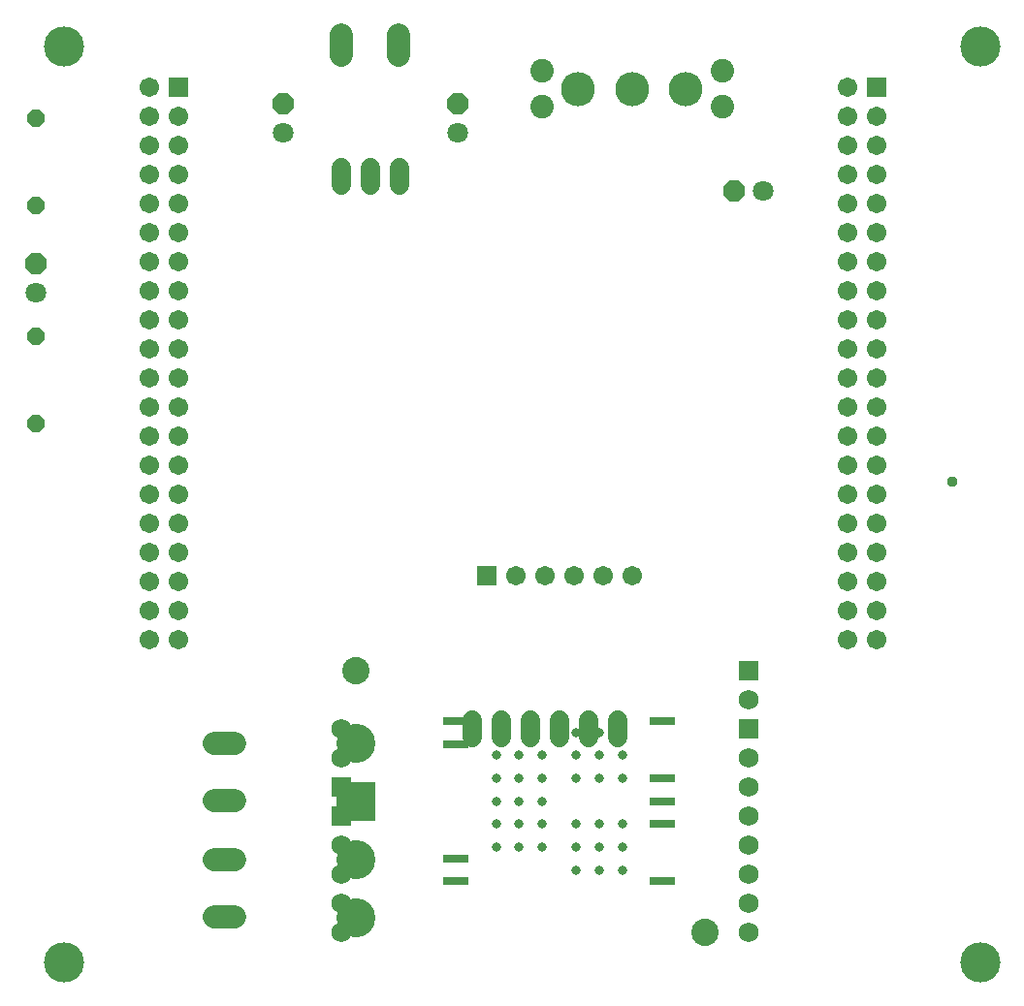
<source format=gbr>
G04 EAGLE Gerber RS-274X export*
G75*
%MOIN*%
%FSLAX34Y34*%
%LPD*%
%INSoldermask Top*%
%IPPOS*%
%AMOC8*
5,1,8,0,0,1.08239X$1,22.5*%
G01*
%ADD10C,0.078500*%
%ADD11P,0.076850X8X112.500000*%
%ADD12C,0.071000*%
%ADD13P,0.076850X8X202.500000*%
%ADD14C,0.137921*%
%ADD15C,0.068000*%
%ADD16P,0.064943X8X112.500000*%
%ADD17C,0.067370*%
%ADD18R,0.067370X0.067370*%
%ADD19C,0.031496*%
%ADD20R,0.086614X0.027559*%
%ADD21C,0.094000*%
%ADD22R,0.068000X0.068000*%
%ADD23C,0.068000*%
%ADD24C,0.134000*%
%ADD25R,0.134000X0.134000*%
%ADD26C,0.117252*%
%ADD27C,0.080835*%
%ADD28C,0.037780*%


D10*
X13484Y33853D02*
X13484Y33148D01*
X11516Y33148D02*
X11516Y33853D01*
D11*
X15500Y31500D03*
D12*
X15500Y30500D03*
D11*
X9500Y31500D03*
D12*
X9500Y30500D03*
D13*
X25000Y28500D03*
D12*
X26000Y28500D03*
D11*
X1000Y26000D03*
D12*
X1000Y25000D03*
D14*
X1969Y1969D03*
X33465Y33465D03*
X33465Y1969D03*
X1969Y33465D03*
D15*
X11500Y29300D02*
X11500Y28700D01*
X12500Y28700D02*
X12500Y29300D01*
X13500Y29300D02*
X13500Y28700D01*
D16*
X1000Y28000D03*
X1000Y31000D03*
X1000Y20500D03*
X1000Y23500D03*
D15*
X16000Y10300D02*
X16000Y9700D01*
X17000Y9700D02*
X17000Y10300D01*
X18000Y10300D02*
X18000Y9700D01*
X19000Y9700D02*
X19000Y10300D01*
X20000Y10300D02*
X20000Y9700D01*
X21000Y9700D02*
X21000Y10300D01*
D17*
X29921Y13063D03*
X4921Y13063D03*
X29921Y15063D03*
X29921Y16063D03*
X29921Y17063D03*
X29921Y18063D03*
X29921Y19063D03*
X29921Y20063D03*
X29921Y21063D03*
X29921Y14063D03*
X29921Y22063D03*
X29921Y23063D03*
X29921Y24063D03*
X29921Y25063D03*
X29921Y26063D03*
X29921Y27063D03*
X29921Y28063D03*
X29921Y29063D03*
X29921Y30063D03*
X29921Y31063D03*
X28921Y13063D03*
X28921Y15063D03*
X28921Y16063D03*
X28921Y17063D03*
X28921Y18063D03*
X28921Y19063D03*
X28921Y20063D03*
X28921Y21063D03*
X28921Y14063D03*
X28921Y22063D03*
X28921Y23063D03*
X28921Y24063D03*
X28921Y25063D03*
X28921Y26063D03*
X28921Y27063D03*
X28921Y28063D03*
X28921Y29063D03*
X28921Y30063D03*
X28921Y31063D03*
X4921Y14063D03*
X4921Y15063D03*
X4921Y16063D03*
X4921Y17063D03*
X4921Y18063D03*
X4921Y19063D03*
X4921Y20063D03*
X4921Y21063D03*
X4921Y22063D03*
X4921Y23063D03*
X4921Y24063D03*
X4921Y25063D03*
X4921Y26063D03*
X4921Y27063D03*
X4921Y28063D03*
X4921Y29063D03*
X4921Y30063D03*
X4921Y31063D03*
X5921Y13063D03*
X5921Y14063D03*
X5921Y15063D03*
X5921Y16063D03*
X5921Y17063D03*
X5921Y18063D03*
X5921Y19063D03*
X5921Y20063D03*
X5921Y21063D03*
X5921Y22063D03*
X5921Y23063D03*
X5921Y24063D03*
X5921Y25063D03*
X5921Y26063D03*
X5921Y27063D03*
X5921Y28063D03*
X5921Y29063D03*
X5921Y30063D03*
X5921Y31063D03*
D18*
X29921Y32063D03*
D17*
X28921Y32063D03*
X4921Y32063D03*
D18*
X5921Y32063D03*
D19*
X21165Y9862D03*
X21165Y9075D03*
X21165Y8287D03*
X21165Y6713D03*
X21165Y5925D03*
X21165Y5138D03*
X20378Y9862D03*
X20378Y9075D03*
X20378Y8287D03*
X20378Y6713D03*
X20378Y5925D03*
X20378Y5138D03*
X19591Y9862D03*
X19591Y9075D03*
X19591Y8287D03*
X19591Y6713D03*
X19591Y5925D03*
X19591Y5138D03*
X18409Y9075D03*
X18409Y8287D03*
X18409Y7500D03*
X18409Y6713D03*
X18409Y5925D03*
X17622Y9075D03*
X17622Y8287D03*
X17622Y7500D03*
X17622Y6713D03*
X17622Y5925D03*
X16835Y9075D03*
X16835Y8287D03*
X16835Y7500D03*
X16835Y6713D03*
X16835Y5925D03*
D20*
X22541Y10256D03*
X22541Y8287D03*
X22541Y7500D03*
X22541Y6713D03*
X22541Y4744D03*
X15459Y10256D03*
X15459Y9469D03*
X15459Y5531D03*
X15459Y4744D03*
D21*
X12000Y12000D03*
X24000Y3000D03*
D22*
X25500Y12000D03*
D23*
X25500Y11000D03*
D22*
X25500Y10000D03*
D23*
X25500Y9000D03*
X25500Y8000D03*
X25500Y7000D03*
X25500Y6000D03*
X25500Y5000D03*
X25500Y4000D03*
X25500Y3000D03*
X11500Y3000D03*
X11500Y4000D03*
X11500Y5000D03*
X11500Y6000D03*
X11500Y9000D03*
X11500Y10000D03*
D24*
X12000Y3500D03*
X12000Y5500D03*
X12000Y9500D03*
D25*
X12000Y7500D03*
D22*
X11500Y8000D03*
X11500Y7000D03*
D26*
X21500Y32000D03*
X19650Y32000D03*
X23350Y32000D03*
D27*
X18402Y32626D03*
X18402Y31374D03*
X24598Y32626D03*
X24598Y31378D03*
D17*
X17500Y15250D03*
D18*
X16500Y15250D03*
D17*
X18500Y15250D03*
X19500Y15250D03*
X20500Y15250D03*
X21500Y15250D03*
D10*
X7853Y7516D02*
X7148Y7516D01*
X7148Y9484D02*
X7853Y9484D01*
X7853Y3516D02*
X7148Y3516D01*
X7148Y5484D02*
X7853Y5484D01*
D28*
X32500Y18500D03*
M02*

</source>
